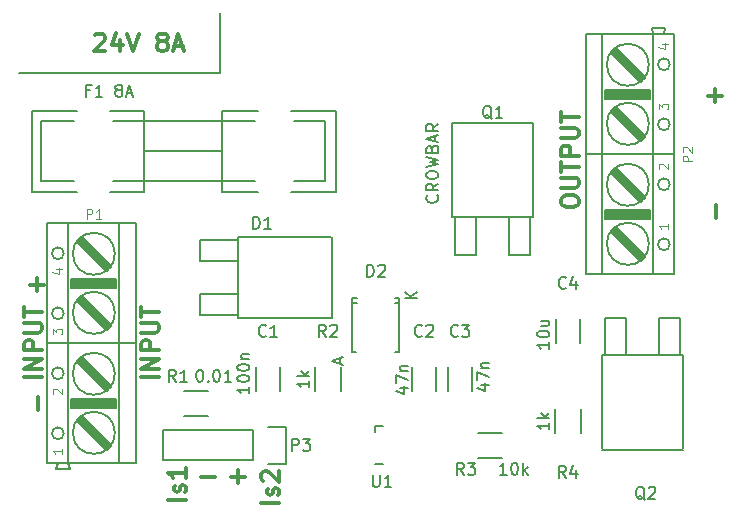
<source format=gto>
%TF.GenerationSoftware,KiCad,Pcbnew,4.0.1-2.fc23-product*%
%TF.CreationDate,2016-01-01T21:05:35+01:00*%
%TF.ProjectId,sunpowered,73756E706F77657265642E6B69636164,rev?*%
%TF.FileFunction,Legend,Top*%
%FSLAX46Y46*%
G04 Gerber Fmt 4.6, Leading zero omitted, Abs format (unit mm)*
G04 Created by KiCad (PCBNEW 4.0.1-2.fc23-product) date Fri 01 Jan 2016 21:05:35 CET*
%MOMM*%
G01*
G04 APERTURE LIST*
%ADD10C,0.100000*%
%ADD11C,0.200000*%
%ADD12C,0.300000*%
%ADD13C,0.150000*%
%ADD14C,0.127000*%
%ADD15C,0.381000*%
%ADD16C,0.076200*%
G04 APERTURE END LIST*
D10*
D11*
X119380000Y-94488000D02*
X119380000Y-89408000D01*
X102362000Y-94488000D02*
X119380000Y-94488000D01*
D12*
X108807715Y-91269429D02*
X108879144Y-91198000D01*
X109022001Y-91126571D01*
X109379144Y-91126571D01*
X109522001Y-91198000D01*
X109593430Y-91269429D01*
X109664858Y-91412286D01*
X109664858Y-91555143D01*
X109593430Y-91769429D01*
X108736287Y-92626571D01*
X109664858Y-92626571D01*
X110950572Y-91626571D02*
X110950572Y-92626571D01*
X110593429Y-91055143D02*
X110236286Y-92126571D01*
X111164858Y-92126571D01*
X111522000Y-91126571D02*
X112022000Y-92626571D01*
X112522000Y-91126571D01*
X114379143Y-91769429D02*
X114236285Y-91698000D01*
X114164857Y-91626571D01*
X114093428Y-91483714D01*
X114093428Y-91412286D01*
X114164857Y-91269429D01*
X114236285Y-91198000D01*
X114379143Y-91126571D01*
X114664857Y-91126571D01*
X114807714Y-91198000D01*
X114879143Y-91269429D01*
X114950571Y-91412286D01*
X114950571Y-91483714D01*
X114879143Y-91626571D01*
X114807714Y-91698000D01*
X114664857Y-91769429D01*
X114379143Y-91769429D01*
X114236285Y-91840857D01*
X114164857Y-91912286D01*
X114093428Y-92055143D01*
X114093428Y-92340857D01*
X114164857Y-92483714D01*
X114236285Y-92555143D01*
X114379143Y-92626571D01*
X114664857Y-92626571D01*
X114807714Y-92555143D01*
X114879143Y-92483714D01*
X114950571Y-92340857D01*
X114950571Y-92055143D01*
X114879143Y-91912286D01*
X114807714Y-91840857D01*
X114664857Y-91769429D01*
X115521999Y-92198000D02*
X116236285Y-92198000D01*
X115379142Y-92626571D02*
X115879142Y-91126571D01*
X116379142Y-92626571D01*
X103314572Y-112375143D02*
X104457429Y-112375143D01*
X103886000Y-112946571D02*
X103886000Y-111803714D01*
X124376571Y-130861428D02*
X122876571Y-130861428D01*
X124305143Y-130218571D02*
X124376571Y-130075714D01*
X124376571Y-129789999D01*
X124305143Y-129647142D01*
X124162286Y-129575714D01*
X124090857Y-129575714D01*
X123948000Y-129647142D01*
X123876571Y-129789999D01*
X123876571Y-130004285D01*
X123805143Y-130147142D01*
X123662286Y-130218571D01*
X123590857Y-130218571D01*
X123448000Y-130147142D01*
X123376571Y-130004285D01*
X123376571Y-129789999D01*
X123448000Y-129647142D01*
X123019429Y-129004285D02*
X122948000Y-128932856D01*
X122876571Y-128789999D01*
X122876571Y-128432856D01*
X122948000Y-128289999D01*
X123019429Y-128218570D01*
X123162286Y-128147142D01*
X123305143Y-128147142D01*
X123519429Y-128218570D01*
X124376571Y-129075713D01*
X124376571Y-128147142D01*
X117792572Y-128631143D02*
X118935429Y-128631143D01*
X120332572Y-128631143D02*
X121475429Y-128631143D01*
X120904000Y-129202571D02*
X120904000Y-128059714D01*
X116502571Y-130607428D02*
X115002571Y-130607428D01*
X116431143Y-129964571D02*
X116502571Y-129821714D01*
X116502571Y-129535999D01*
X116431143Y-129393142D01*
X116288286Y-129321714D01*
X116216857Y-129321714D01*
X116074000Y-129393142D01*
X116002571Y-129535999D01*
X116002571Y-129750285D01*
X115931143Y-129893142D01*
X115788286Y-129964571D01*
X115716857Y-129964571D01*
X115574000Y-129893142D01*
X115502571Y-129750285D01*
X115502571Y-129535999D01*
X115574000Y-129393142D01*
X116502571Y-127893142D02*
X116502571Y-128750285D01*
X116502571Y-128321713D02*
X115002571Y-128321713D01*
X115216857Y-128464570D01*
X115359714Y-128607428D01*
X115431143Y-128750285D01*
X114216571Y-120240857D02*
X112716571Y-120240857D01*
X114216571Y-119526571D02*
X112716571Y-119526571D01*
X114216571Y-118669428D01*
X112716571Y-118669428D01*
X114216571Y-117955142D02*
X112716571Y-117955142D01*
X112716571Y-117383714D01*
X112788000Y-117240856D01*
X112859429Y-117169428D01*
X113002286Y-117097999D01*
X113216571Y-117097999D01*
X113359429Y-117169428D01*
X113430857Y-117240856D01*
X113502286Y-117383714D01*
X113502286Y-117955142D01*
X112716571Y-116455142D02*
X113930857Y-116455142D01*
X114073714Y-116383714D01*
X114145143Y-116312285D01*
X114216571Y-116169428D01*
X114216571Y-115883714D01*
X114145143Y-115740856D01*
X114073714Y-115669428D01*
X113930857Y-115597999D01*
X112716571Y-115597999D01*
X112716571Y-115097999D02*
X112716571Y-114240856D01*
X114216571Y-114669427D02*
X112716571Y-114669427D01*
X104310571Y-120240857D02*
X102810571Y-120240857D01*
X104310571Y-119526571D02*
X102810571Y-119526571D01*
X104310571Y-118669428D01*
X102810571Y-118669428D01*
X104310571Y-117955142D02*
X102810571Y-117955142D01*
X102810571Y-117383714D01*
X102882000Y-117240856D01*
X102953429Y-117169428D01*
X103096286Y-117097999D01*
X103310571Y-117097999D01*
X103453429Y-117169428D01*
X103524857Y-117240856D01*
X103596286Y-117383714D01*
X103596286Y-117955142D01*
X102810571Y-116455142D02*
X104024857Y-116455142D01*
X104167714Y-116383714D01*
X104239143Y-116312285D01*
X104310571Y-116169428D01*
X104310571Y-115883714D01*
X104239143Y-115740856D01*
X104167714Y-115669428D01*
X104024857Y-115597999D01*
X102810571Y-115597999D01*
X102810571Y-115097999D02*
X102810571Y-114240856D01*
X104310571Y-114669427D02*
X102810571Y-114669427D01*
X103314572Y-112375143D02*
X104457429Y-112375143D01*
X103886000Y-112946571D02*
X103886000Y-111803714D01*
X161397143Y-106743428D02*
X161397143Y-105600571D01*
X160718572Y-96373143D02*
X161861429Y-96373143D01*
X161290000Y-96944571D02*
X161290000Y-95801714D01*
X148276571Y-105461143D02*
X148276571Y-105175429D01*
X148348000Y-105032571D01*
X148490857Y-104889714D01*
X148776571Y-104818286D01*
X149276571Y-104818286D01*
X149562286Y-104889714D01*
X149705143Y-105032571D01*
X149776571Y-105175429D01*
X149776571Y-105461143D01*
X149705143Y-105604000D01*
X149562286Y-105746857D01*
X149276571Y-105818286D01*
X148776571Y-105818286D01*
X148490857Y-105746857D01*
X148348000Y-105604000D01*
X148276571Y-105461143D01*
X148276571Y-104175428D02*
X149490857Y-104175428D01*
X149633714Y-104104000D01*
X149705143Y-104032571D01*
X149776571Y-103889714D01*
X149776571Y-103604000D01*
X149705143Y-103461142D01*
X149633714Y-103389714D01*
X149490857Y-103318285D01*
X148276571Y-103318285D01*
X148276571Y-102818285D02*
X148276571Y-101961142D01*
X149776571Y-102389713D02*
X148276571Y-102389713D01*
X149776571Y-101461142D02*
X148276571Y-101461142D01*
X148276571Y-100889714D01*
X148348000Y-100746856D01*
X148419429Y-100675428D01*
X148562286Y-100603999D01*
X148776571Y-100603999D01*
X148919429Y-100675428D01*
X148990857Y-100746856D01*
X149062286Y-100889714D01*
X149062286Y-101461142D01*
X148276571Y-99961142D02*
X149490857Y-99961142D01*
X149633714Y-99889714D01*
X149705143Y-99818285D01*
X149776571Y-99675428D01*
X149776571Y-99389714D01*
X149705143Y-99246856D01*
X149633714Y-99175428D01*
X149490857Y-99103999D01*
X148276571Y-99103999D01*
X148276571Y-98603999D02*
X148276571Y-97746856D01*
X149776571Y-98175427D02*
X148276571Y-98175427D01*
X103993143Y-122999428D02*
X103993143Y-121856571D01*
D13*
X153797000Y-118364000D02*
X153797000Y-115189000D01*
X153797000Y-115189000D02*
X152019000Y-115189000D01*
X152019000Y-115189000D02*
X152019000Y-118364000D01*
X158369000Y-118364000D02*
X158369000Y-115189000D01*
X158369000Y-115189000D02*
X156591000Y-115189000D01*
X156591000Y-115189000D02*
X156591000Y-118364000D01*
X151765000Y-124460000D02*
X151765000Y-118364000D01*
X151765000Y-118364000D02*
X158623000Y-118364000D01*
X158623000Y-118364000D02*
X158623000Y-126238000D01*
X158623000Y-126365000D02*
X151765000Y-126365000D01*
X151765000Y-126238000D02*
X151765000Y-124460000D01*
D14*
X105537000Y-128016000D02*
X105664000Y-127508000D01*
X106680000Y-128016000D02*
X105537000Y-128016000D01*
X106553000Y-127508000D02*
X106680000Y-128016000D01*
X110617000Y-112649000D02*
X106807000Y-112649000D01*
X110617000Y-111887000D02*
X110617000Y-112649000D01*
X106807000Y-111887000D02*
X110617000Y-111887000D01*
X106807000Y-112649000D02*
X106807000Y-111887000D01*
X106807000Y-112522000D02*
X110617000Y-112522000D01*
X106807000Y-112395000D02*
X110617000Y-112395000D01*
X106807000Y-112268000D02*
X110617000Y-112268000D01*
X106807000Y-112141000D02*
X110617000Y-112141000D01*
X106807000Y-112014000D02*
X110617000Y-112014000D01*
X110871000Y-117348000D02*
X106553000Y-117348000D01*
X110871000Y-107188000D02*
X110871000Y-117348000D01*
X106553000Y-107188000D02*
X110871000Y-107188000D01*
X106553000Y-117348000D02*
X106553000Y-107188000D01*
X110490000Y-114768000D02*
G75*
G03X110490000Y-114768000I-1778000J0D01*
G01*
D15*
X109855000Y-115911000D02*
X107569000Y-113625000D01*
X107696000Y-113498000D02*
X109982000Y-115784000D01*
X109728000Y-116038000D02*
X107442000Y-113752000D01*
X109728000Y-111038000D02*
X107442000Y-108752000D01*
X107696000Y-108498000D02*
X109982000Y-110784000D01*
X109855000Y-110911000D02*
X107569000Y-108625000D01*
D14*
X110490000Y-109768000D02*
G75*
G03X110490000Y-109768000I-1778000J0D01*
G01*
X112268000Y-107188000D02*
X110871000Y-107188000D01*
X112268000Y-117348000D02*
X112268000Y-107188000D01*
X110871000Y-117348000D02*
X112268000Y-117348000D01*
X104775000Y-107188000D02*
X106553000Y-107188000D01*
X104775000Y-117348000D02*
X104775000Y-107188000D01*
X106553000Y-117348000D02*
X104775000Y-117348000D01*
X106172000Y-114808000D02*
G75*
G03X106172000Y-114808000I-508000J0D01*
G01*
X106172000Y-109728000D02*
G75*
G03X106172000Y-109728000I-508000J0D01*
G01*
X106172000Y-119888000D02*
G75*
G03X106172000Y-119888000I-508000J0D01*
G01*
X106172000Y-124968000D02*
G75*
G03X106172000Y-124968000I-508000J0D01*
G01*
X106553000Y-127508000D02*
X104775000Y-127508000D01*
X104775000Y-127508000D02*
X104775000Y-117348000D01*
X104775000Y-117348000D02*
X106553000Y-117348000D01*
X110871000Y-127508000D02*
X112268000Y-127508000D01*
X112268000Y-127508000D02*
X112268000Y-117348000D01*
X112268000Y-117348000D02*
X110871000Y-117348000D01*
X110490000Y-119928000D02*
G75*
G03X110490000Y-119928000I-1778000J0D01*
G01*
D15*
X109855000Y-121071000D02*
X107569000Y-118785000D01*
X107696000Y-118658000D02*
X109982000Y-120944000D01*
X109728000Y-121198000D02*
X107442000Y-118912000D01*
X109728000Y-126198000D02*
X107442000Y-123912000D01*
X107696000Y-123658000D02*
X109982000Y-125944000D01*
X109855000Y-126071000D02*
X107569000Y-123785000D01*
D14*
X110490000Y-124928000D02*
G75*
G03X110490000Y-124928000I-1778000J0D01*
G01*
X106553000Y-127508000D02*
X106553000Y-117348000D01*
X106553000Y-117348000D02*
X110871000Y-117348000D01*
X110871000Y-117348000D02*
X110871000Y-127508000D01*
X110871000Y-127508000D02*
X106553000Y-127508000D01*
X106807000Y-122174000D02*
X110617000Y-122174000D01*
X106807000Y-122301000D02*
X110617000Y-122301000D01*
X106807000Y-122428000D02*
X110617000Y-122428000D01*
X106807000Y-122555000D02*
X110617000Y-122555000D01*
X106807000Y-122682000D02*
X110617000Y-122682000D01*
X106807000Y-122809000D02*
X106807000Y-122047000D01*
X106807000Y-122047000D02*
X110617000Y-122047000D01*
X110617000Y-122047000D02*
X110617000Y-122809000D01*
X110617000Y-122809000D02*
X106807000Y-122809000D01*
D13*
X120904000Y-113157000D02*
X117729000Y-113157000D01*
X117729000Y-113157000D02*
X117729000Y-114935000D01*
X117729000Y-114935000D02*
X120904000Y-114935000D01*
X120904000Y-108585000D02*
X117729000Y-108585000D01*
X117729000Y-108585000D02*
X117729000Y-110363000D01*
X117729000Y-110363000D02*
X120904000Y-110363000D01*
X127000000Y-115189000D02*
X120904000Y-115189000D01*
X120904000Y-115189000D02*
X120904000Y-108331000D01*
X120904000Y-108331000D02*
X128778000Y-108331000D01*
X128905000Y-108331000D02*
X128905000Y-115189000D01*
X128778000Y-115189000D02*
X127000000Y-115189000D01*
X113080800Y-101092000D02*
X119583200Y-101092000D01*
X112991900Y-104521000D02*
X110070900Y-104521000D01*
X103466900Y-104521000D02*
X107276900Y-104521000D01*
X104228900Y-103632000D02*
X107022900Y-103632000D01*
X112991900Y-103632000D02*
X110324900Y-103632000D01*
X103466900Y-97663000D02*
X107276900Y-97663000D01*
X104228900Y-98552000D02*
X107022900Y-98552000D01*
X112991900Y-97663000D02*
X110070900Y-97663000D01*
X112991900Y-98552000D02*
X110324900Y-98552000D01*
X119547640Y-97663000D02*
X122595640Y-97663000D01*
X119547640Y-98552000D02*
X122341640Y-98552000D01*
X119547640Y-103632000D02*
X122341640Y-103632000D01*
X119547640Y-104521000D02*
X122595640Y-104521000D01*
X129199640Y-104521000D02*
X125389640Y-104521000D01*
X128310640Y-103632000D02*
X125643640Y-103632000D01*
X129199640Y-97663000D02*
X125389640Y-97663000D01*
X128310640Y-98552000D02*
X125643640Y-98552000D01*
X129199640Y-97663000D02*
X129199640Y-104521000D01*
X119547640Y-104521000D02*
X119547640Y-103632000D01*
X119547640Y-97663000D02*
X119547640Y-98552000D01*
X103464360Y-97663000D02*
X103464360Y-104521000D01*
X112989360Y-104521000D02*
X112989360Y-103632000D01*
X112989360Y-97663000D02*
X112989360Y-98679000D01*
X122047000Y-103632000D02*
X110363000Y-103632000D01*
X110490000Y-98552000D02*
X122047000Y-98552000D01*
X112989360Y-101092000D02*
X112989360Y-98552000D01*
X104226360Y-98552000D02*
X104226360Y-103632000D01*
X112989360Y-103632000D02*
X112989360Y-101092000D01*
X119547640Y-101092000D02*
X119547640Y-98552000D01*
X128308100Y-98552000D02*
X128308100Y-103632000D01*
X119547640Y-103632000D02*
X119547640Y-101092000D01*
X124469000Y-121396000D02*
X124469000Y-119396000D01*
X122419000Y-119396000D02*
X122419000Y-121396000D01*
X140725000Y-121396000D02*
X140725000Y-119396000D01*
X138675000Y-119396000D02*
X138675000Y-121396000D01*
X147819000Y-115332000D02*
X147819000Y-117332000D01*
X149869000Y-117332000D02*
X149869000Y-115332000D01*
X130788000Y-113517680D02*
X130987800Y-113517680D01*
X130838000Y-113974720D02*
X130987000Y-113974720D01*
X130788000Y-118120160D02*
X130937000Y-118120160D01*
X134388000Y-113522760D02*
X134239000Y-113522760D01*
X134388000Y-113974720D02*
X134239000Y-113974720D01*
X134388000Y-118125240D02*
X134239000Y-118125240D01*
X130639020Y-113974720D02*
X130837140Y-113974720D01*
X134586980Y-113974720D02*
X134388860Y-113974720D01*
X130591560Y-118120160D02*
X130789680Y-118120160D01*
X130591560Y-113517680D02*
X130591560Y-118120160D01*
X130591560Y-113517680D02*
X130789680Y-113517680D01*
X134586980Y-113522760D02*
X134388860Y-113522760D01*
X134586980Y-113522760D02*
X134586980Y-118125240D01*
X134586980Y-118125240D02*
X134388860Y-118125240D01*
D14*
X157099000Y-90678000D02*
X156972000Y-91186000D01*
X155956000Y-90678000D02*
X157099000Y-90678000D01*
X156083000Y-91186000D02*
X155956000Y-90678000D01*
X152019000Y-106045000D02*
X155829000Y-106045000D01*
X152019000Y-106807000D02*
X152019000Y-106045000D01*
X155829000Y-106807000D02*
X152019000Y-106807000D01*
X155829000Y-106045000D02*
X155829000Y-106807000D01*
X155829000Y-106172000D02*
X152019000Y-106172000D01*
X155829000Y-106299000D02*
X152019000Y-106299000D01*
X155829000Y-106426000D02*
X152019000Y-106426000D01*
X155829000Y-106553000D02*
X152019000Y-106553000D01*
X155829000Y-106680000D02*
X152019000Y-106680000D01*
X151765000Y-101346000D02*
X156083000Y-101346000D01*
X151765000Y-111506000D02*
X151765000Y-101346000D01*
X156083000Y-111506000D02*
X151765000Y-111506000D01*
X156083000Y-101346000D02*
X156083000Y-111506000D01*
X155702000Y-103926000D02*
G75*
G03X155702000Y-103926000I-1778000J0D01*
G01*
D15*
X152781000Y-102783000D02*
X155067000Y-105069000D01*
X154940000Y-105196000D02*
X152654000Y-102910000D01*
X152908000Y-102656000D02*
X155194000Y-104942000D01*
X152908000Y-107656000D02*
X155194000Y-109942000D01*
X154940000Y-110196000D02*
X152654000Y-107910000D01*
X152781000Y-107783000D02*
X155067000Y-110069000D01*
D14*
X155702000Y-108926000D02*
G75*
G03X155702000Y-108926000I-1778000J0D01*
G01*
X150368000Y-111506000D02*
X151765000Y-111506000D01*
X150368000Y-101346000D02*
X150368000Y-111506000D01*
X151765000Y-101346000D02*
X150368000Y-101346000D01*
X157861000Y-111506000D02*
X156083000Y-111506000D01*
X157861000Y-101346000D02*
X157861000Y-111506000D01*
X156083000Y-101346000D02*
X157861000Y-101346000D01*
X157480000Y-103886000D02*
G75*
G03X157480000Y-103886000I-508000J0D01*
G01*
X157480000Y-108966000D02*
G75*
G03X157480000Y-108966000I-508000J0D01*
G01*
X157480000Y-98806000D02*
G75*
G03X157480000Y-98806000I-508000J0D01*
G01*
X157480000Y-93726000D02*
G75*
G03X157480000Y-93726000I-508000J0D01*
G01*
X156083000Y-91186000D02*
X157861000Y-91186000D01*
X157861000Y-91186000D02*
X157861000Y-101346000D01*
X157861000Y-101346000D02*
X156083000Y-101346000D01*
X151765000Y-91186000D02*
X150368000Y-91186000D01*
X150368000Y-91186000D02*
X150368000Y-101346000D01*
X150368000Y-101346000D02*
X151765000Y-101346000D01*
X155702000Y-98766000D02*
G75*
G03X155702000Y-98766000I-1778000J0D01*
G01*
D15*
X152781000Y-97623000D02*
X155067000Y-99909000D01*
X154940000Y-100036000D02*
X152654000Y-97750000D01*
X152908000Y-97496000D02*
X155194000Y-99782000D01*
X152908000Y-92496000D02*
X155194000Y-94782000D01*
X154940000Y-95036000D02*
X152654000Y-92750000D01*
X152781000Y-92623000D02*
X155067000Y-94909000D01*
D14*
X155702000Y-93766000D02*
G75*
G03X155702000Y-93766000I-1778000J0D01*
G01*
X156083000Y-91186000D02*
X156083000Y-101346000D01*
X156083000Y-101346000D02*
X151765000Y-101346000D01*
X151765000Y-101346000D02*
X151765000Y-91186000D01*
X151765000Y-91186000D02*
X156083000Y-91186000D01*
X155829000Y-96520000D02*
X152019000Y-96520000D01*
X155829000Y-96393000D02*
X152019000Y-96393000D01*
X155829000Y-96266000D02*
X152019000Y-96266000D01*
X155829000Y-96139000D02*
X152019000Y-96139000D01*
X155829000Y-96012000D02*
X152019000Y-96012000D01*
X155829000Y-95885000D02*
X155829000Y-96647000D01*
X155829000Y-96647000D02*
X152019000Y-96647000D01*
X152019000Y-96647000D02*
X152019000Y-95885000D01*
X152019000Y-95885000D02*
X155829000Y-95885000D01*
D13*
X122174000Y-124714000D02*
X114554000Y-124714000D01*
X122174000Y-127254000D02*
X114554000Y-127254000D01*
X124994000Y-127534000D02*
X123444000Y-127534000D01*
X114554000Y-124714000D02*
X114554000Y-127254000D01*
X122174000Y-127254000D02*
X122174000Y-124714000D01*
X123444000Y-124434000D02*
X124994000Y-124434000D01*
X124994000Y-124434000D02*
X124994000Y-127534000D01*
X143891000Y-106680000D02*
X143891000Y-109855000D01*
X143891000Y-109855000D02*
X145669000Y-109855000D01*
X145669000Y-109855000D02*
X145669000Y-106680000D01*
X139319000Y-106680000D02*
X139319000Y-109855000D01*
X139319000Y-109855000D02*
X141097000Y-109855000D01*
X141097000Y-109855000D02*
X141097000Y-106680000D01*
X145923000Y-100584000D02*
X145923000Y-106680000D01*
X145923000Y-106680000D02*
X139065000Y-106680000D01*
X139065000Y-106680000D02*
X139065000Y-98806000D01*
X139065000Y-98679000D02*
X145923000Y-98679000D01*
X145923000Y-98806000D02*
X145923000Y-100584000D01*
X116348000Y-121353000D02*
X118348000Y-121353000D01*
X118348000Y-123503000D02*
X116348000Y-123503000D01*
X127449000Y-121396000D02*
X127449000Y-119396000D01*
X129599000Y-119396000D02*
X129599000Y-121396000D01*
X143240000Y-127059000D02*
X141240000Y-127059000D01*
X141240000Y-124909000D02*
X143240000Y-124909000D01*
X147769000Y-124952000D02*
X147769000Y-122952000D01*
X149919000Y-122952000D02*
X149919000Y-124952000D01*
X132491480Y-124383800D02*
X132491480Y-124874020D01*
X133192520Y-124383800D02*
X132491480Y-124383800D01*
X133192520Y-127584200D02*
X132491480Y-127584200D01*
X137677000Y-121396000D02*
X137677000Y-119396000D01*
X135627000Y-119396000D02*
X135627000Y-121396000D01*
X155352762Y-130595619D02*
X155257524Y-130548000D01*
X155162286Y-130452762D01*
X155019429Y-130309905D01*
X154924190Y-130262286D01*
X154828952Y-130262286D01*
X154876571Y-130500381D02*
X154781333Y-130452762D01*
X154686095Y-130357524D01*
X154638476Y-130167048D01*
X154638476Y-129833714D01*
X154686095Y-129643238D01*
X154781333Y-129548000D01*
X154876571Y-129500381D01*
X155067048Y-129500381D01*
X155162286Y-129548000D01*
X155257524Y-129643238D01*
X155305143Y-129833714D01*
X155305143Y-130167048D01*
X155257524Y-130357524D01*
X155162286Y-130452762D01*
X155067048Y-130500381D01*
X154876571Y-130500381D01*
X155686095Y-129595619D02*
X155733714Y-129548000D01*
X155828952Y-129500381D01*
X156067048Y-129500381D01*
X156162286Y-129548000D01*
X156209905Y-129595619D01*
X156257524Y-129690857D01*
X156257524Y-129786095D01*
X156209905Y-129928952D01*
X155638476Y-130500381D01*
X156257524Y-130500381D01*
D16*
X108112077Y-106793695D02*
X108112077Y-105980895D01*
X108421715Y-105980895D01*
X108499124Y-106019600D01*
X108537829Y-106058305D01*
X108576534Y-106135714D01*
X108576534Y-106251829D01*
X108537829Y-106329238D01*
X108499124Y-106367943D01*
X108421715Y-106406648D01*
X108112077Y-106406648D01*
X109350629Y-106793695D02*
X108886172Y-106793695D01*
X109118401Y-106793695D02*
X109118401Y-105980895D01*
X109040991Y-106097010D01*
X108963582Y-106174419D01*
X108886172Y-106213124D01*
X105218895Y-116602933D02*
X105218895Y-116099771D01*
X105528533Y-116370704D01*
X105528533Y-116254590D01*
X105567238Y-116177180D01*
X105605943Y-116138476D01*
X105683352Y-116099771D01*
X105876876Y-116099771D01*
X105954286Y-116138476D01*
X105992990Y-116177180D01*
X106031695Y-116254590D01*
X106031695Y-116486818D01*
X105992990Y-116564228D01*
X105954286Y-116602933D01*
X105489829Y-111097180D02*
X106031695Y-111097180D01*
X105180190Y-111290704D02*
X105760762Y-111484228D01*
X105760762Y-110981066D01*
X105296305Y-121644228D02*
X105257600Y-121605523D01*
X105218895Y-121528114D01*
X105218895Y-121334590D01*
X105257600Y-121257180D01*
X105296305Y-121218476D01*
X105373714Y-121179771D01*
X105451124Y-121179771D01*
X105567238Y-121218476D01*
X106031695Y-121682933D01*
X106031695Y-121179771D01*
X106031695Y-126259771D02*
X106031695Y-126724228D01*
X106031695Y-126491999D02*
X105218895Y-126491999D01*
X105335010Y-126569409D01*
X105412419Y-126646818D01*
X105451124Y-126724228D01*
D13*
X122197905Y-107640381D02*
X122197905Y-106640381D01*
X122436000Y-106640381D01*
X122578858Y-106688000D01*
X122674096Y-106783238D01*
X122721715Y-106878476D01*
X122769334Y-107068952D01*
X122769334Y-107211810D01*
X122721715Y-107402286D01*
X122674096Y-107497524D01*
X122578858Y-107592762D01*
X122436000Y-107640381D01*
X122197905Y-107640381D01*
X123721715Y-107640381D02*
X123150286Y-107640381D01*
X123436000Y-107640381D02*
X123436000Y-106640381D01*
X123340762Y-106783238D01*
X123245524Y-106878476D01*
X123150286Y-106926095D01*
X108378667Y-95940571D02*
X108045333Y-95940571D01*
X108045333Y-96464381D02*
X108045333Y-95464381D01*
X108521524Y-95464381D01*
X109426286Y-96464381D02*
X108854857Y-96464381D01*
X109140571Y-96464381D02*
X109140571Y-95464381D01*
X109045333Y-95607238D01*
X108950095Y-95702476D01*
X108854857Y-95750095D01*
X110728190Y-95892952D02*
X110632952Y-95845333D01*
X110585333Y-95797714D01*
X110537714Y-95702476D01*
X110537714Y-95654857D01*
X110585333Y-95559619D01*
X110632952Y-95512000D01*
X110728190Y-95464381D01*
X110918667Y-95464381D01*
X111013905Y-95512000D01*
X111061524Y-95559619D01*
X111109143Y-95654857D01*
X111109143Y-95702476D01*
X111061524Y-95797714D01*
X111013905Y-95845333D01*
X110918667Y-95892952D01*
X110728190Y-95892952D01*
X110632952Y-95940571D01*
X110585333Y-95988190D01*
X110537714Y-96083429D01*
X110537714Y-96273905D01*
X110585333Y-96369143D01*
X110632952Y-96416762D01*
X110728190Y-96464381D01*
X110918667Y-96464381D01*
X111013905Y-96416762D01*
X111061524Y-96369143D01*
X111109143Y-96273905D01*
X111109143Y-96083429D01*
X111061524Y-95988190D01*
X111013905Y-95940571D01*
X110918667Y-95892952D01*
X111490095Y-96178667D02*
X111966286Y-96178667D01*
X111394857Y-96464381D02*
X111728190Y-95464381D01*
X112061524Y-96464381D01*
X123277334Y-116689143D02*
X123229715Y-116736762D01*
X123086858Y-116784381D01*
X122991620Y-116784381D01*
X122848762Y-116736762D01*
X122753524Y-116641524D01*
X122705905Y-116546286D01*
X122658286Y-116355810D01*
X122658286Y-116212952D01*
X122705905Y-116022476D01*
X122753524Y-115927238D01*
X122848762Y-115832000D01*
X122991620Y-115784381D01*
X123086858Y-115784381D01*
X123229715Y-115832000D01*
X123277334Y-115879619D01*
X124229715Y-116784381D02*
X123658286Y-116784381D01*
X123944000Y-116784381D02*
X123944000Y-115784381D01*
X123848762Y-115927238D01*
X123753524Y-116022476D01*
X123658286Y-116070095D01*
X121864381Y-121007047D02*
X121864381Y-121578476D01*
X121864381Y-121292762D02*
X120864381Y-121292762D01*
X121007238Y-121388000D01*
X121102476Y-121483238D01*
X121150095Y-121578476D01*
X120864381Y-120388000D02*
X120864381Y-120292761D01*
X120912000Y-120197523D01*
X120959619Y-120149904D01*
X121054857Y-120102285D01*
X121245333Y-120054666D01*
X121483429Y-120054666D01*
X121673905Y-120102285D01*
X121769143Y-120149904D01*
X121816762Y-120197523D01*
X121864381Y-120292761D01*
X121864381Y-120388000D01*
X121816762Y-120483238D01*
X121769143Y-120530857D01*
X121673905Y-120578476D01*
X121483429Y-120626095D01*
X121245333Y-120626095D01*
X121054857Y-120578476D01*
X120959619Y-120530857D01*
X120912000Y-120483238D01*
X120864381Y-120388000D01*
X120864381Y-119435619D02*
X120864381Y-119340380D01*
X120912000Y-119245142D01*
X120959619Y-119197523D01*
X121054857Y-119149904D01*
X121245333Y-119102285D01*
X121483429Y-119102285D01*
X121673905Y-119149904D01*
X121769143Y-119197523D01*
X121816762Y-119245142D01*
X121864381Y-119340380D01*
X121864381Y-119435619D01*
X121816762Y-119530857D01*
X121769143Y-119578476D01*
X121673905Y-119626095D01*
X121483429Y-119673714D01*
X121245333Y-119673714D01*
X121054857Y-119626095D01*
X120959619Y-119578476D01*
X120912000Y-119530857D01*
X120864381Y-119435619D01*
X121197714Y-118673714D02*
X121864381Y-118673714D01*
X121292952Y-118673714D02*
X121245333Y-118626095D01*
X121197714Y-118530857D01*
X121197714Y-118387999D01*
X121245333Y-118292761D01*
X121340571Y-118245142D01*
X121864381Y-118245142D01*
X139533334Y-116689143D02*
X139485715Y-116736762D01*
X139342858Y-116784381D01*
X139247620Y-116784381D01*
X139104762Y-116736762D01*
X139009524Y-116641524D01*
X138961905Y-116546286D01*
X138914286Y-116355810D01*
X138914286Y-116212952D01*
X138961905Y-116022476D01*
X139009524Y-115927238D01*
X139104762Y-115832000D01*
X139247620Y-115784381D01*
X139342858Y-115784381D01*
X139485715Y-115832000D01*
X139533334Y-115879619D01*
X139866667Y-115784381D02*
X140485715Y-115784381D01*
X140152381Y-116165333D01*
X140295239Y-116165333D01*
X140390477Y-116212952D01*
X140438096Y-116260571D01*
X140485715Y-116355810D01*
X140485715Y-116593905D01*
X140438096Y-116689143D01*
X140390477Y-116736762D01*
X140295239Y-116784381D01*
X140009524Y-116784381D01*
X139914286Y-116736762D01*
X139866667Y-116689143D01*
X141517714Y-120880095D02*
X142184381Y-120880095D01*
X141136762Y-121118191D02*
X141851048Y-121356286D01*
X141851048Y-120737238D01*
X141184381Y-120451524D02*
X141184381Y-119784857D01*
X142184381Y-120213429D01*
X141517714Y-119403905D02*
X142184381Y-119403905D01*
X141612952Y-119403905D02*
X141565333Y-119356286D01*
X141517714Y-119261048D01*
X141517714Y-119118190D01*
X141565333Y-119022952D01*
X141660571Y-118975333D01*
X142184381Y-118975333D01*
X148677334Y-112625143D02*
X148629715Y-112672762D01*
X148486858Y-112720381D01*
X148391620Y-112720381D01*
X148248762Y-112672762D01*
X148153524Y-112577524D01*
X148105905Y-112482286D01*
X148058286Y-112291810D01*
X148058286Y-112148952D01*
X148105905Y-111958476D01*
X148153524Y-111863238D01*
X148248762Y-111768000D01*
X148391620Y-111720381D01*
X148486858Y-111720381D01*
X148629715Y-111768000D01*
X148677334Y-111815619D01*
X149534477Y-112053714D02*
X149534477Y-112720381D01*
X149296381Y-111672762D02*
X149058286Y-112387048D01*
X149677334Y-112387048D01*
X147264381Y-117228857D02*
X147264381Y-117800286D01*
X147264381Y-117514572D02*
X146264381Y-117514572D01*
X146407238Y-117609810D01*
X146502476Y-117705048D01*
X146550095Y-117800286D01*
X146264381Y-116609810D02*
X146264381Y-116514571D01*
X146312000Y-116419333D01*
X146359619Y-116371714D01*
X146454857Y-116324095D01*
X146645333Y-116276476D01*
X146883429Y-116276476D01*
X147073905Y-116324095D01*
X147169143Y-116371714D01*
X147216762Y-116419333D01*
X147264381Y-116514571D01*
X147264381Y-116609810D01*
X147216762Y-116705048D01*
X147169143Y-116752667D01*
X147073905Y-116800286D01*
X146883429Y-116847905D01*
X146645333Y-116847905D01*
X146454857Y-116800286D01*
X146359619Y-116752667D01*
X146312000Y-116705048D01*
X146264381Y-116609810D01*
X146597714Y-115419333D02*
X147264381Y-115419333D01*
X146597714Y-115847905D02*
X147121524Y-115847905D01*
X147216762Y-115800286D01*
X147264381Y-115705048D01*
X147264381Y-115562190D01*
X147216762Y-115466952D01*
X147169143Y-115419333D01*
X131849905Y-111704381D02*
X131849905Y-110704381D01*
X132088000Y-110704381D01*
X132230858Y-110752000D01*
X132326096Y-110847238D01*
X132373715Y-110942476D01*
X132421334Y-111132952D01*
X132421334Y-111275810D01*
X132373715Y-111466286D01*
X132326096Y-111561524D01*
X132230858Y-111656762D01*
X132088000Y-111704381D01*
X131849905Y-111704381D01*
X132802286Y-110799619D02*
X132849905Y-110752000D01*
X132945143Y-110704381D01*
X133183239Y-110704381D01*
X133278477Y-110752000D01*
X133326096Y-110799619D01*
X133373715Y-110894857D01*
X133373715Y-110990095D01*
X133326096Y-111132952D01*
X132754667Y-111704381D01*
X133373715Y-111704381D01*
X136088381Y-113545905D02*
X135088381Y-113545905D01*
X136088381Y-112974476D02*
X135516952Y-113403048D01*
X135088381Y-112974476D02*
X135659810Y-113545905D01*
X129554667Y-119062095D02*
X129554667Y-118585904D01*
X129840381Y-119157333D02*
X128840381Y-118824000D01*
X129840381Y-118490666D01*
D16*
X159371695Y-101945923D02*
X158558895Y-101945923D01*
X158558895Y-101636285D01*
X158597600Y-101558876D01*
X158636305Y-101520171D01*
X158713714Y-101481466D01*
X158829829Y-101481466D01*
X158907238Y-101520171D01*
X158945943Y-101558876D01*
X158984648Y-101636285D01*
X158984648Y-101945923D01*
X158636305Y-101171828D02*
X158597600Y-101133123D01*
X158558895Y-101055714D01*
X158558895Y-100862190D01*
X158597600Y-100784780D01*
X158636305Y-100746076D01*
X158713714Y-100707371D01*
X158791124Y-100707371D01*
X158907238Y-100746076D01*
X159371695Y-101210533D01*
X159371695Y-100707371D01*
X156604305Y-102594228D02*
X156565600Y-102555523D01*
X156526895Y-102478114D01*
X156526895Y-102284590D01*
X156565600Y-102207180D01*
X156604305Y-102168476D01*
X156681714Y-102129771D01*
X156759124Y-102129771D01*
X156875238Y-102168476D01*
X157339695Y-102632933D01*
X157339695Y-102129771D01*
X157339695Y-107209771D02*
X157339695Y-107674228D01*
X157339695Y-107441999D02*
X156526895Y-107441999D01*
X156643010Y-107519409D01*
X156720419Y-107596818D01*
X156759124Y-107674228D01*
X156526895Y-97552933D02*
X156526895Y-97049771D01*
X156836533Y-97320704D01*
X156836533Y-97204590D01*
X156875238Y-97127180D01*
X156913943Y-97088476D01*
X156991352Y-97049771D01*
X157184876Y-97049771D01*
X157262286Y-97088476D01*
X157300990Y-97127180D01*
X157339695Y-97204590D01*
X157339695Y-97436818D01*
X157300990Y-97514228D01*
X157262286Y-97552933D01*
X156797829Y-92047180D02*
X157339695Y-92047180D01*
X156488190Y-92240704D02*
X157068762Y-92434228D01*
X157068762Y-91931066D01*
D13*
X125499905Y-126436381D02*
X125499905Y-125436381D01*
X125880858Y-125436381D01*
X125976096Y-125484000D01*
X126023715Y-125531619D01*
X126071334Y-125626857D01*
X126071334Y-125769714D01*
X126023715Y-125864952D01*
X125976096Y-125912571D01*
X125880858Y-125960190D01*
X125499905Y-125960190D01*
X126404667Y-125436381D02*
X127023715Y-125436381D01*
X126690381Y-125817333D01*
X126833239Y-125817333D01*
X126928477Y-125864952D01*
X126976096Y-125912571D01*
X127023715Y-126007810D01*
X127023715Y-126245905D01*
X126976096Y-126341143D01*
X126928477Y-126388762D01*
X126833239Y-126436381D01*
X126547524Y-126436381D01*
X126452286Y-126388762D01*
X126404667Y-126341143D01*
X142398762Y-98337619D02*
X142303524Y-98290000D01*
X142208286Y-98194762D01*
X142065429Y-98051905D01*
X141970190Y-98004286D01*
X141874952Y-98004286D01*
X141922571Y-98242381D02*
X141827333Y-98194762D01*
X141732095Y-98099524D01*
X141684476Y-97909048D01*
X141684476Y-97575714D01*
X141732095Y-97385238D01*
X141827333Y-97290000D01*
X141922571Y-97242381D01*
X142113048Y-97242381D01*
X142208286Y-97290000D01*
X142303524Y-97385238D01*
X142351143Y-97575714D01*
X142351143Y-97909048D01*
X142303524Y-98099524D01*
X142208286Y-98194762D01*
X142113048Y-98242381D01*
X141922571Y-98242381D01*
X143303524Y-98242381D02*
X142732095Y-98242381D01*
X143017809Y-98242381D02*
X143017809Y-97242381D01*
X142922571Y-97385238D01*
X142827333Y-97480476D01*
X142732095Y-97528095D01*
X137771143Y-104822285D02*
X137818762Y-104869904D01*
X137866381Y-105012761D01*
X137866381Y-105107999D01*
X137818762Y-105250857D01*
X137723524Y-105346095D01*
X137628286Y-105393714D01*
X137437810Y-105441333D01*
X137294952Y-105441333D01*
X137104476Y-105393714D01*
X137009238Y-105346095D01*
X136914000Y-105250857D01*
X136866381Y-105107999D01*
X136866381Y-105012761D01*
X136914000Y-104869904D01*
X136961619Y-104822285D01*
X137866381Y-103822285D02*
X137390190Y-104155619D01*
X137866381Y-104393714D02*
X136866381Y-104393714D01*
X136866381Y-104012761D01*
X136914000Y-103917523D01*
X136961619Y-103869904D01*
X137056857Y-103822285D01*
X137199714Y-103822285D01*
X137294952Y-103869904D01*
X137342571Y-103917523D01*
X137390190Y-104012761D01*
X137390190Y-104393714D01*
X136866381Y-103203238D02*
X136866381Y-103012761D01*
X136914000Y-102917523D01*
X137009238Y-102822285D01*
X137199714Y-102774666D01*
X137533048Y-102774666D01*
X137723524Y-102822285D01*
X137818762Y-102917523D01*
X137866381Y-103012761D01*
X137866381Y-103203238D01*
X137818762Y-103298476D01*
X137723524Y-103393714D01*
X137533048Y-103441333D01*
X137199714Y-103441333D01*
X137009238Y-103393714D01*
X136914000Y-103298476D01*
X136866381Y-103203238D01*
X136866381Y-102441333D02*
X137866381Y-102203238D01*
X137152095Y-102012761D01*
X137866381Y-101822285D01*
X136866381Y-101584190D01*
X137342571Y-100869904D02*
X137390190Y-100727047D01*
X137437810Y-100679428D01*
X137533048Y-100631809D01*
X137675905Y-100631809D01*
X137771143Y-100679428D01*
X137818762Y-100727047D01*
X137866381Y-100822285D01*
X137866381Y-101203238D01*
X136866381Y-101203238D01*
X136866381Y-100869904D01*
X136914000Y-100774666D01*
X136961619Y-100727047D01*
X137056857Y-100679428D01*
X137152095Y-100679428D01*
X137247333Y-100727047D01*
X137294952Y-100774666D01*
X137342571Y-100869904D01*
X137342571Y-101203238D01*
X137580667Y-100250857D02*
X137580667Y-99774666D01*
X137866381Y-100346095D02*
X136866381Y-100012762D01*
X137866381Y-99679428D01*
X137866381Y-98774666D02*
X137390190Y-99108000D01*
X137866381Y-99346095D02*
X136866381Y-99346095D01*
X136866381Y-98965142D01*
X136914000Y-98869904D01*
X136961619Y-98822285D01*
X137056857Y-98774666D01*
X137199714Y-98774666D01*
X137294952Y-98822285D01*
X137342571Y-98869904D01*
X137390190Y-98965142D01*
X137390190Y-99346095D01*
X115657334Y-120594381D02*
X115324000Y-120118190D01*
X115085905Y-120594381D02*
X115085905Y-119594381D01*
X115466858Y-119594381D01*
X115562096Y-119642000D01*
X115609715Y-119689619D01*
X115657334Y-119784857D01*
X115657334Y-119927714D01*
X115609715Y-120022952D01*
X115562096Y-120070571D01*
X115466858Y-120118190D01*
X115085905Y-120118190D01*
X116609715Y-120594381D02*
X116038286Y-120594381D01*
X116324000Y-120594381D02*
X116324000Y-119594381D01*
X116228762Y-119737238D01*
X116133524Y-119832476D01*
X116038286Y-119880095D01*
X117633905Y-119594381D02*
X117729144Y-119594381D01*
X117824382Y-119642000D01*
X117872001Y-119689619D01*
X117919620Y-119784857D01*
X117967239Y-119975333D01*
X117967239Y-120213429D01*
X117919620Y-120403905D01*
X117872001Y-120499143D01*
X117824382Y-120546762D01*
X117729144Y-120594381D01*
X117633905Y-120594381D01*
X117538667Y-120546762D01*
X117491048Y-120499143D01*
X117443429Y-120403905D01*
X117395810Y-120213429D01*
X117395810Y-119975333D01*
X117443429Y-119784857D01*
X117491048Y-119689619D01*
X117538667Y-119642000D01*
X117633905Y-119594381D01*
X118395810Y-120499143D02*
X118443429Y-120546762D01*
X118395810Y-120594381D01*
X118348191Y-120546762D01*
X118395810Y-120499143D01*
X118395810Y-120594381D01*
X119062476Y-119594381D02*
X119157715Y-119594381D01*
X119252953Y-119642000D01*
X119300572Y-119689619D01*
X119348191Y-119784857D01*
X119395810Y-119975333D01*
X119395810Y-120213429D01*
X119348191Y-120403905D01*
X119300572Y-120499143D01*
X119252953Y-120546762D01*
X119157715Y-120594381D01*
X119062476Y-120594381D01*
X118967238Y-120546762D01*
X118919619Y-120499143D01*
X118872000Y-120403905D01*
X118824381Y-120213429D01*
X118824381Y-119975333D01*
X118872000Y-119784857D01*
X118919619Y-119689619D01*
X118967238Y-119642000D01*
X119062476Y-119594381D01*
X120348191Y-120594381D02*
X119776762Y-120594381D01*
X120062476Y-120594381D02*
X120062476Y-119594381D01*
X119967238Y-119737238D01*
X119872000Y-119832476D01*
X119776762Y-119880095D01*
X128357334Y-116784381D02*
X128024000Y-116308190D01*
X127785905Y-116784381D02*
X127785905Y-115784381D01*
X128166858Y-115784381D01*
X128262096Y-115832000D01*
X128309715Y-115879619D01*
X128357334Y-115974857D01*
X128357334Y-116117714D01*
X128309715Y-116212952D01*
X128262096Y-116260571D01*
X128166858Y-116308190D01*
X127785905Y-116308190D01*
X128738286Y-115879619D02*
X128785905Y-115832000D01*
X128881143Y-115784381D01*
X129119239Y-115784381D01*
X129214477Y-115832000D01*
X129262096Y-115879619D01*
X129309715Y-115974857D01*
X129309715Y-116070095D01*
X129262096Y-116212952D01*
X128690667Y-116784381D01*
X129309715Y-116784381D01*
X126944381Y-120515047D02*
X126944381Y-121086476D01*
X126944381Y-120800762D02*
X125944381Y-120800762D01*
X126087238Y-120896000D01*
X126182476Y-120991238D01*
X126230095Y-121086476D01*
X126944381Y-120086476D02*
X125944381Y-120086476D01*
X126563429Y-119991238D02*
X126944381Y-119705523D01*
X126277714Y-119705523D02*
X126658667Y-120086476D01*
X140041334Y-128468381D02*
X139708000Y-127992190D01*
X139469905Y-128468381D02*
X139469905Y-127468381D01*
X139850858Y-127468381D01*
X139946096Y-127516000D01*
X139993715Y-127563619D01*
X140041334Y-127658857D01*
X140041334Y-127801714D01*
X139993715Y-127896952D01*
X139946096Y-127944571D01*
X139850858Y-127992190D01*
X139469905Y-127992190D01*
X140374667Y-127468381D02*
X140993715Y-127468381D01*
X140660381Y-127849333D01*
X140803239Y-127849333D01*
X140898477Y-127896952D01*
X140946096Y-127944571D01*
X140993715Y-128039810D01*
X140993715Y-128277905D01*
X140946096Y-128373143D01*
X140898477Y-128420762D01*
X140803239Y-128468381D01*
X140517524Y-128468381D01*
X140422286Y-128420762D01*
X140374667Y-128373143D01*
X143676762Y-128468381D02*
X143105333Y-128468381D01*
X143391047Y-128468381D02*
X143391047Y-127468381D01*
X143295809Y-127611238D01*
X143200571Y-127706476D01*
X143105333Y-127754095D01*
X144295809Y-127468381D02*
X144391048Y-127468381D01*
X144486286Y-127516000D01*
X144533905Y-127563619D01*
X144581524Y-127658857D01*
X144629143Y-127849333D01*
X144629143Y-128087429D01*
X144581524Y-128277905D01*
X144533905Y-128373143D01*
X144486286Y-128420762D01*
X144391048Y-128468381D01*
X144295809Y-128468381D01*
X144200571Y-128420762D01*
X144152952Y-128373143D01*
X144105333Y-128277905D01*
X144057714Y-128087429D01*
X144057714Y-127849333D01*
X144105333Y-127658857D01*
X144152952Y-127563619D01*
X144200571Y-127516000D01*
X144295809Y-127468381D01*
X145057714Y-128468381D02*
X145057714Y-127468381D01*
X145152952Y-128087429D02*
X145438667Y-128468381D01*
X145438667Y-127801714D02*
X145057714Y-128182667D01*
X148677334Y-128722381D02*
X148344000Y-128246190D01*
X148105905Y-128722381D02*
X148105905Y-127722381D01*
X148486858Y-127722381D01*
X148582096Y-127770000D01*
X148629715Y-127817619D01*
X148677334Y-127912857D01*
X148677334Y-128055714D01*
X148629715Y-128150952D01*
X148582096Y-128198571D01*
X148486858Y-128246190D01*
X148105905Y-128246190D01*
X149534477Y-128055714D02*
X149534477Y-128722381D01*
X149296381Y-127674762D02*
X149058286Y-128389048D01*
X149677334Y-128389048D01*
X147264381Y-124071047D02*
X147264381Y-124642476D01*
X147264381Y-124356762D02*
X146264381Y-124356762D01*
X146407238Y-124452000D01*
X146502476Y-124547238D01*
X146550095Y-124642476D01*
X147264381Y-123642476D02*
X146264381Y-123642476D01*
X146883429Y-123547238D02*
X147264381Y-123261523D01*
X146597714Y-123261523D02*
X146978667Y-123642476D01*
X132334095Y-128484381D02*
X132334095Y-129293905D01*
X132381714Y-129389143D01*
X132429333Y-129436762D01*
X132524571Y-129484381D01*
X132715048Y-129484381D01*
X132810286Y-129436762D01*
X132857905Y-129389143D01*
X132905524Y-129293905D01*
X132905524Y-128484381D01*
X133905524Y-129484381D02*
X133334095Y-129484381D01*
X133619809Y-129484381D02*
X133619809Y-128484381D01*
X133524571Y-128627238D01*
X133429333Y-128722476D01*
X133334095Y-128770095D01*
X136485334Y-116689143D02*
X136437715Y-116736762D01*
X136294858Y-116784381D01*
X136199620Y-116784381D01*
X136056762Y-116736762D01*
X135961524Y-116641524D01*
X135913905Y-116546286D01*
X135866286Y-116355810D01*
X135866286Y-116212952D01*
X135913905Y-116022476D01*
X135961524Y-115927238D01*
X136056762Y-115832000D01*
X136199620Y-115784381D01*
X136294858Y-115784381D01*
X136437715Y-115832000D01*
X136485334Y-115879619D01*
X136866286Y-115879619D02*
X136913905Y-115832000D01*
X137009143Y-115784381D01*
X137247239Y-115784381D01*
X137342477Y-115832000D01*
X137390096Y-115879619D01*
X137437715Y-115974857D01*
X137437715Y-116070095D01*
X137390096Y-116212952D01*
X136818667Y-116784381D01*
X137437715Y-116784381D01*
X134659714Y-121134095D02*
X135326381Y-121134095D01*
X134278762Y-121372191D02*
X134993048Y-121610286D01*
X134993048Y-120991238D01*
X134326381Y-120705524D02*
X134326381Y-120038857D01*
X135326381Y-120467429D01*
X134659714Y-119657905D02*
X135326381Y-119657905D01*
X134754952Y-119657905D02*
X134707333Y-119610286D01*
X134659714Y-119515048D01*
X134659714Y-119372190D01*
X134707333Y-119276952D01*
X134802571Y-119229333D01*
X135326381Y-119229333D01*
M02*

</source>
